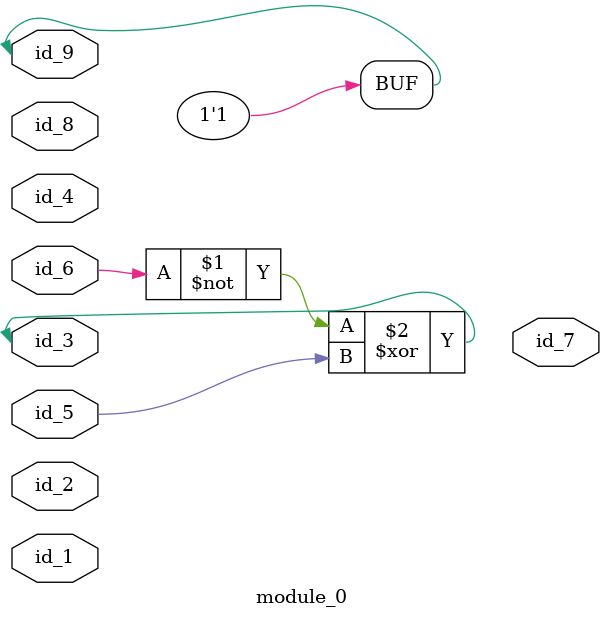
<source format=v>
module module_0 (
    id_1,
    id_2,
    id_3,
    id_4,
    id_5,
    id_6,
    id_7,
    id_8,
    id_9
);
  inout id_9;
  input id_8;
  output id_7;
  inout id_6;
  input id_5;
  input id_4;
  inout id_3;
  inout id_2;
  inout id_1;
  assign id_9 = 1;
  assign id_3 = ~id_6 ^ id_5;
endmodule

</source>
